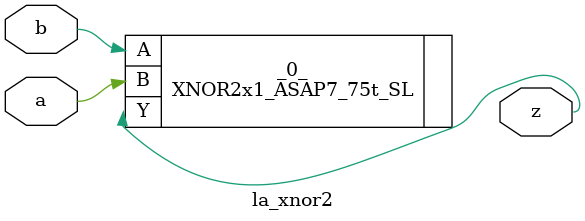
<source format=v>

/* Generated by Yosys 0.44 (git sha1 80ba43d26, g++ 11.4.0-1ubuntu1~22.04 -fPIC -O3) */

(* top =  1  *)
(* src = "inputs/la_xnor2.v:10.1-20.10" *)
module la_xnor2 (
    a,
    b,
    z
);
  (* src = "inputs/la_xnor2.v:13.12-13.13" *)
  input a;
  wire a;
  (* src = "inputs/la_xnor2.v:14.12-14.13" *)
  input b;
  wire b;
  (* src = "inputs/la_xnor2.v:15.12-15.13" *)
  output z;
  wire z;
  XNOR2x1_ASAP7_75t_SL _0_ (
      .A(b),
      .B(a),
      .Y(z)
  );
endmodule

</source>
